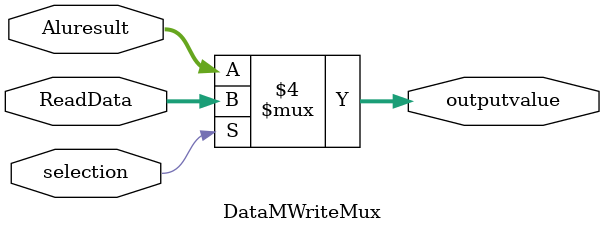
<source format=v>
`timescale 1ns / 1ps


module DataMWriteMux(outputvalue,ReadData,Aluresult,selection);


    output reg [31:0] outputvalue;
    
    
    input [31:0] ReadData,Aluresult;
    input  selection;

    /* Fill in the implementation here ... */ 
    always@(ReadData,Aluresult,selection) begin
        if (selection==0) begin
            outputvalue<=Aluresult;
        end
       
        else  begin
              outputvalue<=ReadData;
        end
    end
endmodule

</source>
